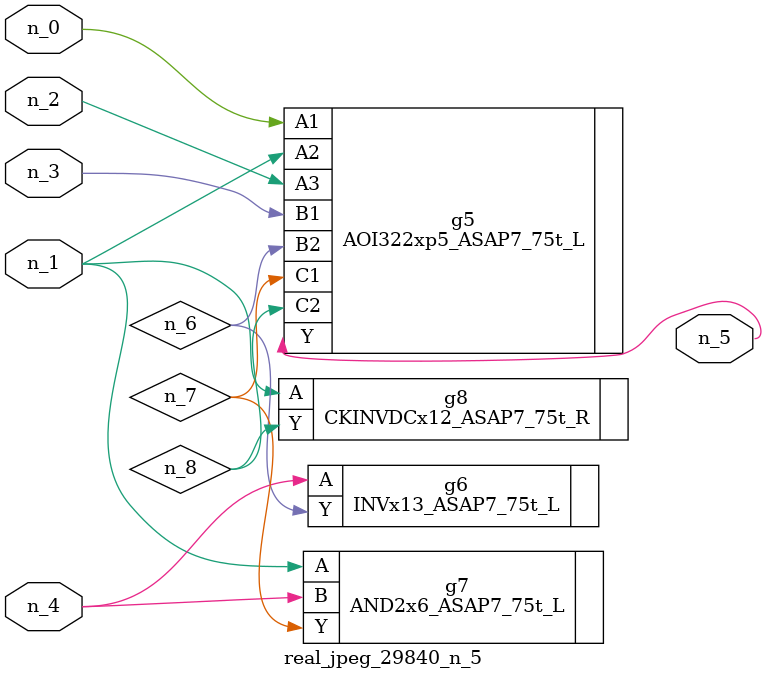
<source format=v>
module real_jpeg_29840_n_5 (n_4, n_0, n_1, n_2, n_3, n_5);

input n_4;
input n_0;
input n_1;
input n_2;
input n_3;

output n_5;

wire n_8;
wire n_6;
wire n_7;

AOI322xp5_ASAP7_75t_L g5 ( 
.A1(n_0),
.A2(n_1),
.A3(n_2),
.B1(n_3),
.B2(n_6),
.C1(n_7),
.C2(n_8),
.Y(n_5)
);

AND2x6_ASAP7_75t_L g7 ( 
.A(n_1),
.B(n_4),
.Y(n_7)
);

CKINVDCx12_ASAP7_75t_R g8 ( 
.A(n_1),
.Y(n_8)
);

INVx13_ASAP7_75t_L g6 ( 
.A(n_4),
.Y(n_6)
);


endmodule
</source>
